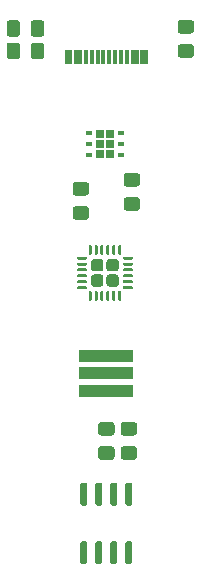
<source format=gbr>
%TF.GenerationSoftware,KiCad,Pcbnew,(5.1.9)-1*%
%TF.CreationDate,2021-04-12T21:57:58+01:00*%
%TF.ProjectId,Propeller_dev_board,50726f70-656c-46c6-9572-5f6465765f62,rev?*%
%TF.SameCoordinates,Original*%
%TF.FileFunction,Paste,Top*%
%TF.FilePolarity,Positive*%
%FSLAX46Y46*%
G04 Gerber Fmt 4.6, Leading zero omitted, Abs format (unit mm)*
G04 Created by KiCad (PCBNEW (5.1.9)-1) date 2021-04-12 21:57:58*
%MOMM*%
%LPD*%
G01*
G04 APERTURE LIST*
%ADD10R,0.300000X1.150000*%
%ADD11R,4.550000X1.000000*%
%ADD12R,0.630000X0.450000*%
%ADD13R,0.660000X0.730000*%
G04 APERTURE END LIST*
%TO.C,PWR_LED*%
G36*
G01*
X129101001Y-91879000D02*
X128200999Y-91879000D01*
G75*
G02*
X127951000Y-91629001I0J249999D01*
G01*
X127951000Y-90978999D01*
G75*
G02*
X128200999Y-90729000I249999J0D01*
G01*
X129101001Y-90729000D01*
G75*
G02*
X129351000Y-90978999I0J-249999D01*
G01*
X129351000Y-91629001D01*
G75*
G02*
X129101001Y-91879000I-249999J0D01*
G01*
G37*
G36*
G01*
X129101450Y-93929000D02*
X128200550Y-93929000D01*
G75*
G02*
X127951000Y-93679450I0J249550D01*
G01*
X127951000Y-93028550D01*
G75*
G02*
X128200550Y-92779000I249550J0D01*
G01*
X129101450Y-92779000D01*
G75*
G02*
X129351000Y-93028550I0J-249550D01*
G01*
X129351000Y-93679450D01*
G75*
G02*
X129101450Y-93929000I-249550J0D01*
G01*
G37*
%TD*%
%TO.C,SCL_PU*%
G36*
G01*
X122370001Y-125915000D02*
X121469999Y-125915000D01*
G75*
G02*
X121220000Y-125665001I0J249999D01*
G01*
X121220000Y-125014999D01*
G75*
G02*
X121469999Y-124765000I249999J0D01*
G01*
X122370001Y-124765000D01*
G75*
G02*
X122620000Y-125014999I0J-249999D01*
G01*
X122620000Y-125665001D01*
G75*
G02*
X122370001Y-125915000I-249999J0D01*
G01*
G37*
G36*
G01*
X122370001Y-127965000D02*
X121469999Y-127965000D01*
G75*
G02*
X121220000Y-127715001I0J249999D01*
G01*
X121220000Y-127064999D01*
G75*
G02*
X121469999Y-126815000I249999J0D01*
G01*
X122370001Y-126815000D01*
G75*
G02*
X122620000Y-127064999I0J-249999D01*
G01*
X122620000Y-127715001D01*
G75*
G02*
X122370001Y-127965000I-249999J0D01*
G01*
G37*
%TD*%
%TO.C,SDA_PU*%
G36*
G01*
X124275001Y-127965000D02*
X123374999Y-127965000D01*
G75*
G02*
X123125000Y-127715001I0J249999D01*
G01*
X123125000Y-127064999D01*
G75*
G02*
X123374999Y-126815000I249999J0D01*
G01*
X124275001Y-126815000D01*
G75*
G02*
X124525000Y-127064999I0J-249999D01*
G01*
X124525000Y-127715001D01*
G75*
G02*
X124275001Y-127965000I-249999J0D01*
G01*
G37*
G36*
G01*
X124275001Y-125915000D02*
X123374999Y-125915000D01*
G75*
G02*
X123125000Y-125665001I0J249999D01*
G01*
X123125000Y-125014999D01*
G75*
G02*
X123374999Y-124765000I249999J0D01*
G01*
X124275001Y-124765000D01*
G75*
G02*
X124525000Y-125014999I0J-249999D01*
G01*
X124525000Y-125665001D01*
G75*
G02*
X124275001Y-125915000I-249999J0D01*
G01*
G37*
%TD*%
D10*
%TO.C,P1*%
X118870000Y-93840000D03*
X119670000Y-93840000D03*
X120170000Y-93840000D03*
X120670000Y-93840000D03*
X121170000Y-93840000D03*
X121670000Y-93840000D03*
X122170000Y-93840000D03*
X122670000Y-93840000D03*
X123170000Y-93840000D03*
X123670000Y-93840000D03*
X124470000Y-93840000D03*
X125270000Y-93840000D03*
X124970000Y-93840000D03*
X124170000Y-93840000D03*
X119370000Y-93840000D03*
X118570000Y-93840000D03*
%TD*%
%TO.C,Tx_LED*%
G36*
G01*
X115512000Y-93795001D02*
X115512000Y-92894999D01*
G75*
G02*
X115761999Y-92645000I249999J0D01*
G01*
X116412001Y-92645000D01*
G75*
G02*
X116662000Y-92894999I0J-249999D01*
G01*
X116662000Y-93795001D01*
G75*
G02*
X116412001Y-94045000I-249999J0D01*
G01*
X115761999Y-94045000D01*
G75*
G02*
X115512000Y-93795001I0J249999D01*
G01*
G37*
G36*
G01*
X113462000Y-93795001D02*
X113462000Y-92894999D01*
G75*
G02*
X113711999Y-92645000I249999J0D01*
G01*
X114362001Y-92645000D01*
G75*
G02*
X114612000Y-92894999I0J-249999D01*
G01*
X114612000Y-93795001D01*
G75*
G02*
X114362001Y-94045000I-249999J0D01*
G01*
X113711999Y-94045000D01*
G75*
G02*
X113462000Y-93795001I0J249999D01*
G01*
G37*
%TD*%
%TO.C,Rx_LED*%
G36*
G01*
X113462000Y-91890001D02*
X113462000Y-90989999D01*
G75*
G02*
X113711999Y-90740000I249999J0D01*
G01*
X114362001Y-90740000D01*
G75*
G02*
X114612000Y-90989999I0J-249999D01*
G01*
X114612000Y-91890001D01*
G75*
G02*
X114362001Y-92140000I-249999J0D01*
G01*
X113711999Y-92140000D01*
G75*
G02*
X113462000Y-91890001I0J249999D01*
G01*
G37*
G36*
G01*
X115512000Y-91890001D02*
X115512000Y-90989999D01*
G75*
G02*
X115761999Y-90740000I249999J0D01*
G01*
X116412001Y-90740000D01*
G75*
G02*
X116662000Y-90989999I0J-249999D01*
G01*
X116662000Y-91890001D01*
G75*
G02*
X116412001Y-92140000I-249999J0D01*
G01*
X115761999Y-92140000D01*
G75*
G02*
X115512000Y-91890001I0J249999D01*
G01*
G37*
%TD*%
%TO.C,4.7uF*%
G36*
G01*
X124529001Y-104833000D02*
X123628999Y-104833000D01*
G75*
G02*
X123379000Y-104583001I0J249999D01*
G01*
X123379000Y-103932999D01*
G75*
G02*
X123628999Y-103683000I249999J0D01*
G01*
X124529001Y-103683000D01*
G75*
G02*
X124779000Y-103932999I0J-249999D01*
G01*
X124779000Y-104583001D01*
G75*
G02*
X124529001Y-104833000I-249999J0D01*
G01*
G37*
G36*
G01*
X124529001Y-106883000D02*
X123628999Y-106883000D01*
G75*
G02*
X123379000Y-106633001I0J249999D01*
G01*
X123379000Y-105982999D01*
G75*
G02*
X123628999Y-105733000I249999J0D01*
G01*
X124529001Y-105733000D01*
G75*
G02*
X124779000Y-105982999I0J-249999D01*
G01*
X124779000Y-106633001D01*
G75*
G02*
X124529001Y-106883000I-249999J0D01*
G01*
G37*
%TD*%
%TO.C,RSTb_PU1*%
G36*
G01*
X119310999Y-106495000D02*
X120211001Y-106495000D01*
G75*
G02*
X120461000Y-106744999I0J-249999D01*
G01*
X120461000Y-107395001D01*
G75*
G02*
X120211001Y-107645000I-249999J0D01*
G01*
X119310999Y-107645000D01*
G75*
G02*
X119061000Y-107395001I0J249999D01*
G01*
X119061000Y-106744999D01*
G75*
G02*
X119310999Y-106495000I249999J0D01*
G01*
G37*
G36*
G01*
X119310999Y-104445000D02*
X120211001Y-104445000D01*
G75*
G02*
X120461000Y-104694999I0J-249999D01*
G01*
X120461000Y-105345001D01*
G75*
G02*
X120211001Y-105595000I-249999J0D01*
G01*
X119310999Y-105595000D01*
G75*
G02*
X119061000Y-105345001I0J249999D01*
G01*
X119061000Y-104694999D01*
G75*
G02*
X119310999Y-104445000I249999J0D01*
G01*
G37*
%TD*%
D11*
%TO.C,5MHz*%
X121920000Y-120626000D03*
X121920000Y-122150000D03*
X121920000Y-119150000D03*
%TD*%
%TO.C,cp2102n*%
G36*
G01*
X122980500Y-109791000D02*
X123105500Y-109791000D01*
G75*
G02*
X123168000Y-109853500I0J-62500D01*
G01*
X123168000Y-110553500D01*
G75*
G02*
X123105500Y-110616000I-62500J0D01*
G01*
X122980500Y-110616000D01*
G75*
G02*
X122918000Y-110553500I0J62500D01*
G01*
X122918000Y-109853500D01*
G75*
G02*
X122980500Y-109791000I62500J0D01*
G01*
G37*
G36*
G01*
X122480500Y-109791000D02*
X122605500Y-109791000D01*
G75*
G02*
X122668000Y-109853500I0J-62500D01*
G01*
X122668000Y-110553500D01*
G75*
G02*
X122605500Y-110616000I-62500J0D01*
G01*
X122480500Y-110616000D01*
G75*
G02*
X122418000Y-110553500I0J62500D01*
G01*
X122418000Y-109853500D01*
G75*
G02*
X122480500Y-109791000I62500J0D01*
G01*
G37*
G36*
G01*
X121980500Y-109791000D02*
X122105500Y-109791000D01*
G75*
G02*
X122168000Y-109853500I0J-62500D01*
G01*
X122168000Y-110553500D01*
G75*
G02*
X122105500Y-110616000I-62500J0D01*
G01*
X121980500Y-110616000D01*
G75*
G02*
X121918000Y-110553500I0J62500D01*
G01*
X121918000Y-109853500D01*
G75*
G02*
X121980500Y-109791000I62500J0D01*
G01*
G37*
G36*
G01*
X121480500Y-109791000D02*
X121605500Y-109791000D01*
G75*
G02*
X121668000Y-109853500I0J-62500D01*
G01*
X121668000Y-110553500D01*
G75*
G02*
X121605500Y-110616000I-62500J0D01*
G01*
X121480500Y-110616000D01*
G75*
G02*
X121418000Y-110553500I0J62500D01*
G01*
X121418000Y-109853500D01*
G75*
G02*
X121480500Y-109791000I62500J0D01*
G01*
G37*
G36*
G01*
X120980500Y-109791000D02*
X121105500Y-109791000D01*
G75*
G02*
X121168000Y-109853500I0J-62500D01*
G01*
X121168000Y-110553500D01*
G75*
G02*
X121105500Y-110616000I-62500J0D01*
G01*
X120980500Y-110616000D01*
G75*
G02*
X120918000Y-110553500I0J62500D01*
G01*
X120918000Y-109853500D01*
G75*
G02*
X120980500Y-109791000I62500J0D01*
G01*
G37*
G36*
G01*
X120480500Y-109791000D02*
X120605500Y-109791000D01*
G75*
G02*
X120668000Y-109853500I0J-62500D01*
G01*
X120668000Y-110553500D01*
G75*
G02*
X120605500Y-110616000I-62500J0D01*
G01*
X120480500Y-110616000D01*
G75*
G02*
X120418000Y-110553500I0J62500D01*
G01*
X120418000Y-109853500D01*
G75*
G02*
X120480500Y-109791000I62500J0D01*
G01*
G37*
G36*
G01*
X119505500Y-110766000D02*
X120205500Y-110766000D01*
G75*
G02*
X120268000Y-110828500I0J-62500D01*
G01*
X120268000Y-110953500D01*
G75*
G02*
X120205500Y-111016000I-62500J0D01*
G01*
X119505500Y-111016000D01*
G75*
G02*
X119443000Y-110953500I0J62500D01*
G01*
X119443000Y-110828500D01*
G75*
G02*
X119505500Y-110766000I62500J0D01*
G01*
G37*
G36*
G01*
X119505500Y-111266000D02*
X120205500Y-111266000D01*
G75*
G02*
X120268000Y-111328500I0J-62500D01*
G01*
X120268000Y-111453500D01*
G75*
G02*
X120205500Y-111516000I-62500J0D01*
G01*
X119505500Y-111516000D01*
G75*
G02*
X119443000Y-111453500I0J62500D01*
G01*
X119443000Y-111328500D01*
G75*
G02*
X119505500Y-111266000I62500J0D01*
G01*
G37*
G36*
G01*
X119505500Y-111766000D02*
X120205500Y-111766000D01*
G75*
G02*
X120268000Y-111828500I0J-62500D01*
G01*
X120268000Y-111953500D01*
G75*
G02*
X120205500Y-112016000I-62500J0D01*
G01*
X119505500Y-112016000D01*
G75*
G02*
X119443000Y-111953500I0J62500D01*
G01*
X119443000Y-111828500D01*
G75*
G02*
X119505500Y-111766000I62500J0D01*
G01*
G37*
G36*
G01*
X119505500Y-112266000D02*
X120205500Y-112266000D01*
G75*
G02*
X120268000Y-112328500I0J-62500D01*
G01*
X120268000Y-112453500D01*
G75*
G02*
X120205500Y-112516000I-62500J0D01*
G01*
X119505500Y-112516000D01*
G75*
G02*
X119443000Y-112453500I0J62500D01*
G01*
X119443000Y-112328500D01*
G75*
G02*
X119505500Y-112266000I62500J0D01*
G01*
G37*
G36*
G01*
X119505500Y-112766000D02*
X120205500Y-112766000D01*
G75*
G02*
X120268000Y-112828500I0J-62500D01*
G01*
X120268000Y-112953500D01*
G75*
G02*
X120205500Y-113016000I-62500J0D01*
G01*
X119505500Y-113016000D01*
G75*
G02*
X119443000Y-112953500I0J62500D01*
G01*
X119443000Y-112828500D01*
G75*
G02*
X119505500Y-112766000I62500J0D01*
G01*
G37*
G36*
G01*
X119505500Y-113266000D02*
X120205500Y-113266000D01*
G75*
G02*
X120268000Y-113328500I0J-62500D01*
G01*
X120268000Y-113453500D01*
G75*
G02*
X120205500Y-113516000I-62500J0D01*
G01*
X119505500Y-113516000D01*
G75*
G02*
X119443000Y-113453500I0J62500D01*
G01*
X119443000Y-113328500D01*
G75*
G02*
X119505500Y-113266000I62500J0D01*
G01*
G37*
G36*
G01*
X120480500Y-113666000D02*
X120605500Y-113666000D01*
G75*
G02*
X120668000Y-113728500I0J-62500D01*
G01*
X120668000Y-114428500D01*
G75*
G02*
X120605500Y-114491000I-62500J0D01*
G01*
X120480500Y-114491000D01*
G75*
G02*
X120418000Y-114428500I0J62500D01*
G01*
X120418000Y-113728500D01*
G75*
G02*
X120480500Y-113666000I62500J0D01*
G01*
G37*
G36*
G01*
X120980500Y-113666000D02*
X121105500Y-113666000D01*
G75*
G02*
X121168000Y-113728500I0J-62500D01*
G01*
X121168000Y-114428500D01*
G75*
G02*
X121105500Y-114491000I-62500J0D01*
G01*
X120980500Y-114491000D01*
G75*
G02*
X120918000Y-114428500I0J62500D01*
G01*
X120918000Y-113728500D01*
G75*
G02*
X120980500Y-113666000I62500J0D01*
G01*
G37*
G36*
G01*
X121480500Y-113666000D02*
X121605500Y-113666000D01*
G75*
G02*
X121668000Y-113728500I0J-62500D01*
G01*
X121668000Y-114428500D01*
G75*
G02*
X121605500Y-114491000I-62500J0D01*
G01*
X121480500Y-114491000D01*
G75*
G02*
X121418000Y-114428500I0J62500D01*
G01*
X121418000Y-113728500D01*
G75*
G02*
X121480500Y-113666000I62500J0D01*
G01*
G37*
G36*
G01*
X121980500Y-113666000D02*
X122105500Y-113666000D01*
G75*
G02*
X122168000Y-113728500I0J-62500D01*
G01*
X122168000Y-114428500D01*
G75*
G02*
X122105500Y-114491000I-62500J0D01*
G01*
X121980500Y-114491000D01*
G75*
G02*
X121918000Y-114428500I0J62500D01*
G01*
X121918000Y-113728500D01*
G75*
G02*
X121980500Y-113666000I62500J0D01*
G01*
G37*
G36*
G01*
X122480500Y-113666000D02*
X122605500Y-113666000D01*
G75*
G02*
X122668000Y-113728500I0J-62500D01*
G01*
X122668000Y-114428500D01*
G75*
G02*
X122605500Y-114491000I-62500J0D01*
G01*
X122480500Y-114491000D01*
G75*
G02*
X122418000Y-114428500I0J62500D01*
G01*
X122418000Y-113728500D01*
G75*
G02*
X122480500Y-113666000I62500J0D01*
G01*
G37*
G36*
G01*
X122980500Y-113666000D02*
X123105500Y-113666000D01*
G75*
G02*
X123168000Y-113728500I0J-62500D01*
G01*
X123168000Y-114428500D01*
G75*
G02*
X123105500Y-114491000I-62500J0D01*
G01*
X122980500Y-114491000D01*
G75*
G02*
X122918000Y-114428500I0J62500D01*
G01*
X122918000Y-113728500D01*
G75*
G02*
X122980500Y-113666000I62500J0D01*
G01*
G37*
G36*
G01*
X123380500Y-113266000D02*
X124080500Y-113266000D01*
G75*
G02*
X124143000Y-113328500I0J-62500D01*
G01*
X124143000Y-113453500D01*
G75*
G02*
X124080500Y-113516000I-62500J0D01*
G01*
X123380500Y-113516000D01*
G75*
G02*
X123318000Y-113453500I0J62500D01*
G01*
X123318000Y-113328500D01*
G75*
G02*
X123380500Y-113266000I62500J0D01*
G01*
G37*
G36*
G01*
X123380500Y-112766000D02*
X124080500Y-112766000D01*
G75*
G02*
X124143000Y-112828500I0J-62500D01*
G01*
X124143000Y-112953500D01*
G75*
G02*
X124080500Y-113016000I-62500J0D01*
G01*
X123380500Y-113016000D01*
G75*
G02*
X123318000Y-112953500I0J62500D01*
G01*
X123318000Y-112828500D01*
G75*
G02*
X123380500Y-112766000I62500J0D01*
G01*
G37*
G36*
G01*
X123380500Y-112266000D02*
X124080500Y-112266000D01*
G75*
G02*
X124143000Y-112328500I0J-62500D01*
G01*
X124143000Y-112453500D01*
G75*
G02*
X124080500Y-112516000I-62500J0D01*
G01*
X123380500Y-112516000D01*
G75*
G02*
X123318000Y-112453500I0J62500D01*
G01*
X123318000Y-112328500D01*
G75*
G02*
X123380500Y-112266000I62500J0D01*
G01*
G37*
G36*
G01*
X123380500Y-111766000D02*
X124080500Y-111766000D01*
G75*
G02*
X124143000Y-111828500I0J-62500D01*
G01*
X124143000Y-111953500D01*
G75*
G02*
X124080500Y-112016000I-62500J0D01*
G01*
X123380500Y-112016000D01*
G75*
G02*
X123318000Y-111953500I0J62500D01*
G01*
X123318000Y-111828500D01*
G75*
G02*
X123380500Y-111766000I62500J0D01*
G01*
G37*
G36*
G01*
X123380500Y-111266000D02*
X124080500Y-111266000D01*
G75*
G02*
X124143000Y-111328500I0J-62500D01*
G01*
X124143000Y-111453500D01*
G75*
G02*
X124080500Y-111516000I-62500J0D01*
G01*
X123380500Y-111516000D01*
G75*
G02*
X123318000Y-111453500I0J62500D01*
G01*
X123318000Y-111328500D01*
G75*
G02*
X123380500Y-111266000I62500J0D01*
G01*
G37*
G36*
G01*
X123380500Y-110766000D02*
X124080500Y-110766000D01*
G75*
G02*
X124143000Y-110828500I0J-62500D01*
G01*
X124143000Y-110953500D01*
G75*
G02*
X124080500Y-111016000I-62500J0D01*
G01*
X123380500Y-111016000D01*
G75*
G02*
X123318000Y-110953500I0J62500D01*
G01*
X123318000Y-110828500D01*
G75*
G02*
X123380500Y-110766000I62500J0D01*
G01*
G37*
G36*
G01*
X122167999Y-110966000D02*
X122718001Y-110966000D01*
G75*
G02*
X122968000Y-111215999I0J-249999D01*
G01*
X122968000Y-111766001D01*
G75*
G02*
X122718001Y-112016000I-249999J0D01*
G01*
X122167999Y-112016000D01*
G75*
G02*
X121918000Y-111766001I0J249999D01*
G01*
X121918000Y-111215999D01*
G75*
G02*
X122167999Y-110966000I249999J0D01*
G01*
G37*
G36*
G01*
X120867999Y-110966000D02*
X121418001Y-110966000D01*
G75*
G02*
X121668000Y-111215999I0J-249999D01*
G01*
X121668000Y-111766001D01*
G75*
G02*
X121418001Y-112016000I-249999J0D01*
G01*
X120867999Y-112016000D01*
G75*
G02*
X120618000Y-111766001I0J249999D01*
G01*
X120618000Y-111215999D01*
G75*
G02*
X120867999Y-110966000I249999J0D01*
G01*
G37*
G36*
G01*
X122167999Y-112266000D02*
X122718001Y-112266000D01*
G75*
G02*
X122968000Y-112515999I0J-249999D01*
G01*
X122968000Y-113066001D01*
G75*
G02*
X122718001Y-113316000I-249999J0D01*
G01*
X122167999Y-113316000D01*
G75*
G02*
X121918000Y-113066001I0J249999D01*
G01*
X121918000Y-112515999D01*
G75*
G02*
X122167999Y-112266000I249999J0D01*
G01*
G37*
G36*
G01*
X120867999Y-112266000D02*
X121418001Y-112266000D01*
G75*
G02*
X121668000Y-112515999I0J-249999D01*
G01*
X121668000Y-113066001D01*
G75*
G02*
X121418001Y-113316000I-249999J0D01*
G01*
X120867999Y-113316000D01*
G75*
G02*
X120618000Y-113066001I0J249999D01*
G01*
X120618000Y-112515999D01*
G75*
G02*
X120867999Y-112266000I249999J0D01*
G01*
G37*
%TD*%
%TO.C,EEPROM*%
G36*
G01*
X120165000Y-136800000D02*
X119865000Y-136800000D01*
G75*
G02*
X119715000Y-136650000I0J150000D01*
G01*
X119715000Y-135000000D01*
G75*
G02*
X119865000Y-134850000I150000J0D01*
G01*
X120165000Y-134850000D01*
G75*
G02*
X120315000Y-135000000I0J-150000D01*
G01*
X120315000Y-136650000D01*
G75*
G02*
X120165000Y-136800000I-150000J0D01*
G01*
G37*
G36*
G01*
X121435000Y-136800000D02*
X121135000Y-136800000D01*
G75*
G02*
X120985000Y-136650000I0J150000D01*
G01*
X120985000Y-135000000D01*
G75*
G02*
X121135000Y-134850000I150000J0D01*
G01*
X121435000Y-134850000D01*
G75*
G02*
X121585000Y-135000000I0J-150000D01*
G01*
X121585000Y-136650000D01*
G75*
G02*
X121435000Y-136800000I-150000J0D01*
G01*
G37*
G36*
G01*
X122705000Y-136800000D02*
X122405000Y-136800000D01*
G75*
G02*
X122255000Y-136650000I0J150000D01*
G01*
X122255000Y-135000000D01*
G75*
G02*
X122405000Y-134850000I150000J0D01*
G01*
X122705000Y-134850000D01*
G75*
G02*
X122855000Y-135000000I0J-150000D01*
G01*
X122855000Y-136650000D01*
G75*
G02*
X122705000Y-136800000I-150000J0D01*
G01*
G37*
G36*
G01*
X123975000Y-136800000D02*
X123675000Y-136800000D01*
G75*
G02*
X123525000Y-136650000I0J150000D01*
G01*
X123525000Y-135000000D01*
G75*
G02*
X123675000Y-134850000I150000J0D01*
G01*
X123975000Y-134850000D01*
G75*
G02*
X124125000Y-135000000I0J-150000D01*
G01*
X124125000Y-136650000D01*
G75*
G02*
X123975000Y-136800000I-150000J0D01*
G01*
G37*
G36*
G01*
X123975000Y-131850000D02*
X123675000Y-131850000D01*
G75*
G02*
X123525000Y-131700000I0J150000D01*
G01*
X123525000Y-130050000D01*
G75*
G02*
X123675000Y-129900000I150000J0D01*
G01*
X123975000Y-129900000D01*
G75*
G02*
X124125000Y-130050000I0J-150000D01*
G01*
X124125000Y-131700000D01*
G75*
G02*
X123975000Y-131850000I-150000J0D01*
G01*
G37*
G36*
G01*
X122705000Y-131850000D02*
X122405000Y-131850000D01*
G75*
G02*
X122255000Y-131700000I0J150000D01*
G01*
X122255000Y-130050000D01*
G75*
G02*
X122405000Y-129900000I150000J0D01*
G01*
X122705000Y-129900000D01*
G75*
G02*
X122855000Y-130050000I0J-150000D01*
G01*
X122855000Y-131700000D01*
G75*
G02*
X122705000Y-131850000I-150000J0D01*
G01*
G37*
G36*
G01*
X121435000Y-131850000D02*
X121135000Y-131850000D01*
G75*
G02*
X120985000Y-131700000I0J150000D01*
G01*
X120985000Y-130050000D01*
G75*
G02*
X121135000Y-129900000I150000J0D01*
G01*
X121435000Y-129900000D01*
G75*
G02*
X121585000Y-130050000I0J-150000D01*
G01*
X121585000Y-131700000D01*
G75*
G02*
X121435000Y-131850000I-150000J0D01*
G01*
G37*
G36*
G01*
X120165000Y-131850000D02*
X119865000Y-131850000D01*
G75*
G02*
X119715000Y-131700000I0J150000D01*
G01*
X119715000Y-130050000D01*
G75*
G02*
X119865000Y-129900000I150000J0D01*
G01*
X120165000Y-129900000D01*
G75*
G02*
X120315000Y-130050000I0J-150000D01*
G01*
X120315000Y-131700000D01*
G75*
G02*
X120165000Y-131850000I-150000J0D01*
G01*
G37*
%TD*%
D12*
%TO.C,NCP708*%
X120453000Y-100269000D03*
X120453000Y-101219000D03*
X120453000Y-102169000D03*
X123133000Y-102169000D03*
X123133000Y-101219000D03*
X123133000Y-100269000D03*
D13*
X121368000Y-102085000D03*
X122218000Y-102085000D03*
X122218000Y-101219000D03*
X121368000Y-101219000D03*
X122218000Y-100353000D03*
X121368000Y-100353000D03*
%TD*%
M02*

</source>
